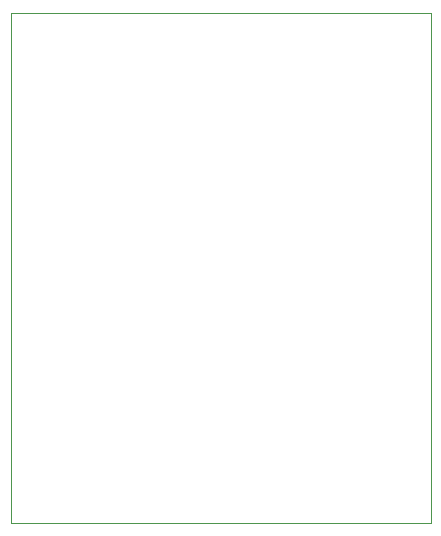
<source format=gbr>
G04 #@! TF.GenerationSoftware,KiCad,Pcbnew,(5.1.5)-3*
G04 #@! TF.CreationDate,2020-06-05T23:08:29+02:00*
G04 #@! TF.ProjectId,STM32F030K6Tx_Breakout,53544d33-3246-4303-9330-4b3654785f42,rev?*
G04 #@! TF.SameCoordinates,Original*
G04 #@! TF.FileFunction,Profile,NP*
%FSLAX46Y46*%
G04 Gerber Fmt 4.6, Leading zero omitted, Abs format (unit mm)*
G04 Created by KiCad (PCBNEW (5.1.5)-3) date 2020-06-05 23:08:29*
%MOMM*%
%LPD*%
G04 APERTURE LIST*
%ADD10C,0.050000*%
G04 APERTURE END LIST*
D10*
X91440000Y-35560000D02*
X92710000Y-35560000D01*
X91440000Y-72390000D02*
X91440000Y-35560000D01*
X91440000Y-78740000D02*
X91440000Y-72390000D01*
X127000000Y-78740000D02*
X91440000Y-78740000D01*
X127000000Y-35560000D02*
X127000000Y-78740000D01*
X125730000Y-35560000D02*
X127000000Y-35560000D01*
X97790000Y-35560000D02*
X125730000Y-35560000D01*
X92710000Y-35560000D02*
X97790000Y-35560000D01*
M02*

</source>
